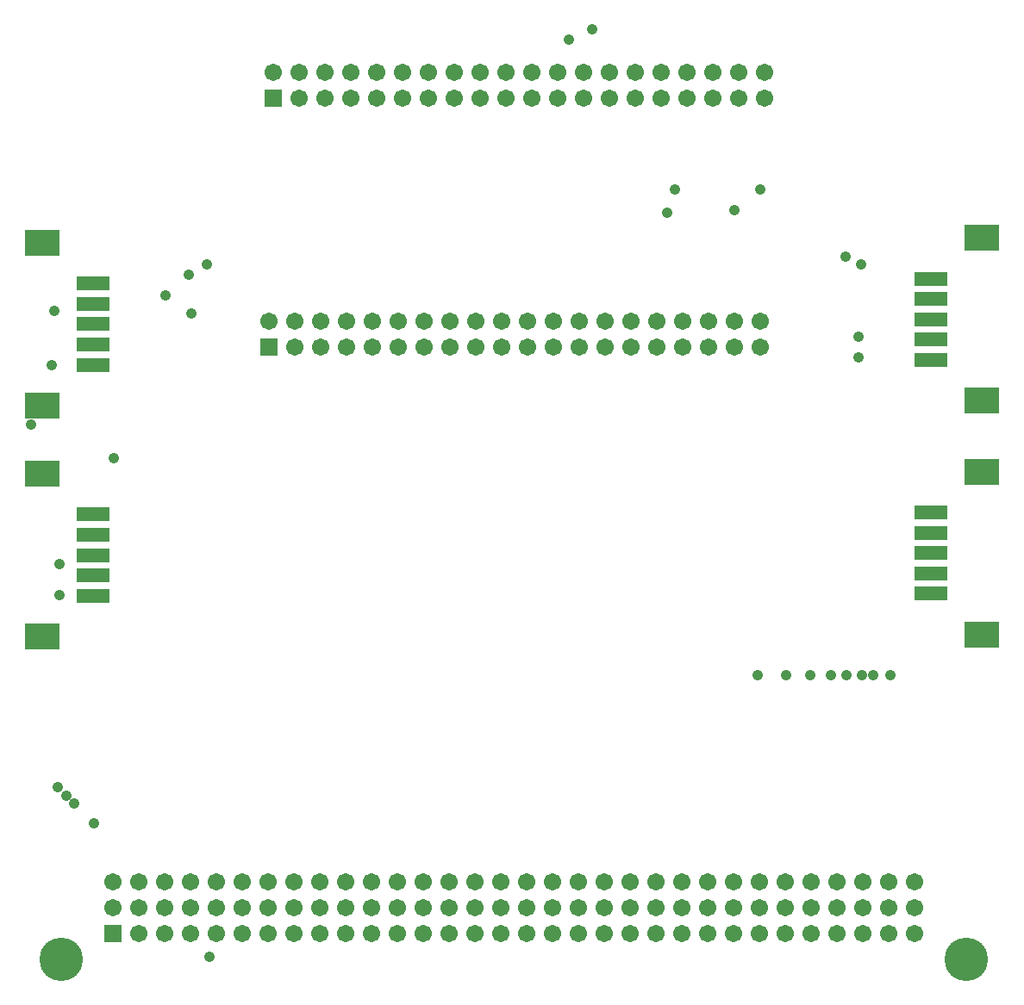
<source format=gts>
G04 Layer_Color=8388736*
%FSLAX25Y25*%
%MOIN*%
G70*
G01*
G75*
%ADD21R,0.13005X0.05524*%
%ADD22R,0.13792X0.09855*%
%ADD23C,0.06706*%
%ADD24R,0.06706X0.06706*%
%ADD25C,0.16800*%
%ADD26C,0.04200*%
D21*
X662000Y494000D02*
D03*
Y486126D02*
D03*
Y478252D02*
D03*
Y470378D02*
D03*
Y462504D02*
D03*
X338000Y551126D02*
D03*
Y559000D02*
D03*
Y566874D02*
D03*
Y574748D02*
D03*
Y582622D02*
D03*
X662000Y584496D02*
D03*
Y576622D02*
D03*
Y568748D02*
D03*
Y560874D02*
D03*
Y553000D02*
D03*
X338000Y461748D02*
D03*
Y469622D02*
D03*
Y477496D02*
D03*
Y485370D02*
D03*
Y493244D02*
D03*
D22*
X681685Y509748D02*
D03*
Y446756D02*
D03*
X318315Y535378D02*
D03*
Y598370D02*
D03*
X681685Y600244D02*
D03*
Y537252D02*
D03*
X318315Y446000D02*
D03*
Y508992D02*
D03*
D23*
X597500Y664500D02*
D03*
Y654500D02*
D03*
X587500Y664500D02*
D03*
Y654500D02*
D03*
X577500Y664500D02*
D03*
Y654500D02*
D03*
X567500Y664500D02*
D03*
Y654500D02*
D03*
X557500Y664500D02*
D03*
Y654500D02*
D03*
X547500Y664500D02*
D03*
Y654500D02*
D03*
X537500Y664500D02*
D03*
Y654500D02*
D03*
X527500Y664500D02*
D03*
Y654500D02*
D03*
X517500Y664500D02*
D03*
Y654500D02*
D03*
X507500Y664500D02*
D03*
Y654500D02*
D03*
X497500Y664500D02*
D03*
Y654500D02*
D03*
X487500Y664500D02*
D03*
Y654500D02*
D03*
X477500Y664500D02*
D03*
Y654500D02*
D03*
X467500Y664500D02*
D03*
Y654500D02*
D03*
X457500Y664500D02*
D03*
Y654500D02*
D03*
X447500Y664500D02*
D03*
Y654500D02*
D03*
X437500Y664500D02*
D03*
Y654500D02*
D03*
X427500Y664500D02*
D03*
Y654500D02*
D03*
X417500Y664500D02*
D03*
Y654500D02*
D03*
X407500Y664500D02*
D03*
X596000Y568000D02*
D03*
Y558000D02*
D03*
X586000Y568000D02*
D03*
Y558000D02*
D03*
X576000Y568000D02*
D03*
Y558000D02*
D03*
X566000Y568000D02*
D03*
Y558000D02*
D03*
X556000Y568000D02*
D03*
Y558000D02*
D03*
X546000Y568000D02*
D03*
Y558000D02*
D03*
X536000Y568000D02*
D03*
Y558000D02*
D03*
X526000Y568000D02*
D03*
Y558000D02*
D03*
X516000Y568000D02*
D03*
Y558000D02*
D03*
X506000Y568000D02*
D03*
Y558000D02*
D03*
X496000Y568000D02*
D03*
Y558000D02*
D03*
X486000Y568000D02*
D03*
Y558000D02*
D03*
X476000Y568000D02*
D03*
Y558000D02*
D03*
X466000Y568000D02*
D03*
Y558000D02*
D03*
X456000Y568000D02*
D03*
Y558000D02*
D03*
X446000Y568000D02*
D03*
Y558000D02*
D03*
X436000Y568000D02*
D03*
Y558000D02*
D03*
X426000Y568000D02*
D03*
Y558000D02*
D03*
X416000Y568000D02*
D03*
Y558000D02*
D03*
X406000Y568000D02*
D03*
X465500Y351000D02*
D03*
Y341000D02*
D03*
X545500Y351000D02*
D03*
X555500D02*
D03*
X565500D02*
D03*
X575500D02*
D03*
X585500D02*
D03*
X595500D02*
D03*
X605500D02*
D03*
X615500D02*
D03*
X625500D02*
D03*
X635500D02*
D03*
X645500D02*
D03*
X655500D02*
D03*
X535500D02*
D03*
X525500D02*
D03*
X515500D02*
D03*
X505500D02*
D03*
X495500D02*
D03*
X485500D02*
D03*
X475500D02*
D03*
X455500D02*
D03*
X445500D02*
D03*
X435500D02*
D03*
X425500D02*
D03*
X415500D02*
D03*
X405500D02*
D03*
X395500D02*
D03*
X385500D02*
D03*
X375500D02*
D03*
X365500D02*
D03*
X355500D02*
D03*
X345500D02*
D03*
Y341000D02*
D03*
X355500Y331000D02*
D03*
Y341000D02*
D03*
X365500Y331000D02*
D03*
Y341000D02*
D03*
X375500Y331000D02*
D03*
Y341000D02*
D03*
X385500Y331000D02*
D03*
Y341000D02*
D03*
X395500Y331000D02*
D03*
Y341000D02*
D03*
X405500Y331000D02*
D03*
Y341000D02*
D03*
X415500Y331000D02*
D03*
Y341000D02*
D03*
X425500Y331000D02*
D03*
Y341000D02*
D03*
X435500Y331000D02*
D03*
Y341000D02*
D03*
X445500Y331000D02*
D03*
Y341000D02*
D03*
X455500Y331000D02*
D03*
Y341000D02*
D03*
X465500Y331000D02*
D03*
X475500D02*
D03*
Y341000D02*
D03*
X485500Y331000D02*
D03*
Y341000D02*
D03*
X495500Y331000D02*
D03*
Y341000D02*
D03*
X505500Y331000D02*
D03*
Y341000D02*
D03*
X515500Y331000D02*
D03*
Y341000D02*
D03*
X525500Y331000D02*
D03*
Y341000D02*
D03*
X535500Y331000D02*
D03*
Y341000D02*
D03*
X655500D02*
D03*
Y331000D02*
D03*
X645500Y341000D02*
D03*
Y331000D02*
D03*
X635500Y341000D02*
D03*
Y331000D02*
D03*
X625500Y341000D02*
D03*
Y331000D02*
D03*
X615500Y341000D02*
D03*
Y331000D02*
D03*
X605500Y341000D02*
D03*
Y331000D02*
D03*
X595500Y341000D02*
D03*
Y331000D02*
D03*
X585500Y341000D02*
D03*
Y331000D02*
D03*
X575500Y341000D02*
D03*
Y331000D02*
D03*
X565500Y341000D02*
D03*
Y331000D02*
D03*
X555500Y341000D02*
D03*
Y331000D02*
D03*
X545500Y341000D02*
D03*
Y331000D02*
D03*
D24*
X407500Y654500D02*
D03*
X406000Y558000D02*
D03*
X345500Y331000D02*
D03*
D25*
X325500Y321000D02*
D03*
X675500D02*
D03*
D26*
X376000Y571000D02*
D03*
X383000Y322000D02*
D03*
X338192Y373808D02*
D03*
X346000Y515000D02*
D03*
X314000Y528000D02*
D03*
X330692Y381308D02*
D03*
X327581Y384419D02*
D03*
X324469Y387530D02*
D03*
X646441Y431000D02*
D03*
X639641D02*
D03*
X635241D02*
D03*
X629224D02*
D03*
X595000D02*
D03*
X605928D02*
D03*
X615442D02*
D03*
X623284D02*
D03*
X522000Y677000D02*
D03*
X531000Y681000D02*
D03*
X323000Y572000D02*
D03*
X322000Y551126D02*
D03*
X325000Y462000D02*
D03*
Y474000D02*
D03*
X586000Y611000D02*
D03*
X629000Y593000D02*
D03*
X634000Y554000D02*
D03*
X635000Y590000D02*
D03*
X634000Y562000D02*
D03*
X560000Y610000D02*
D03*
X563000Y619000D02*
D03*
X596000D02*
D03*
X382000Y590000D02*
D03*
X375000Y586000D02*
D03*
X366000Y578000D02*
D03*
M02*

</source>
